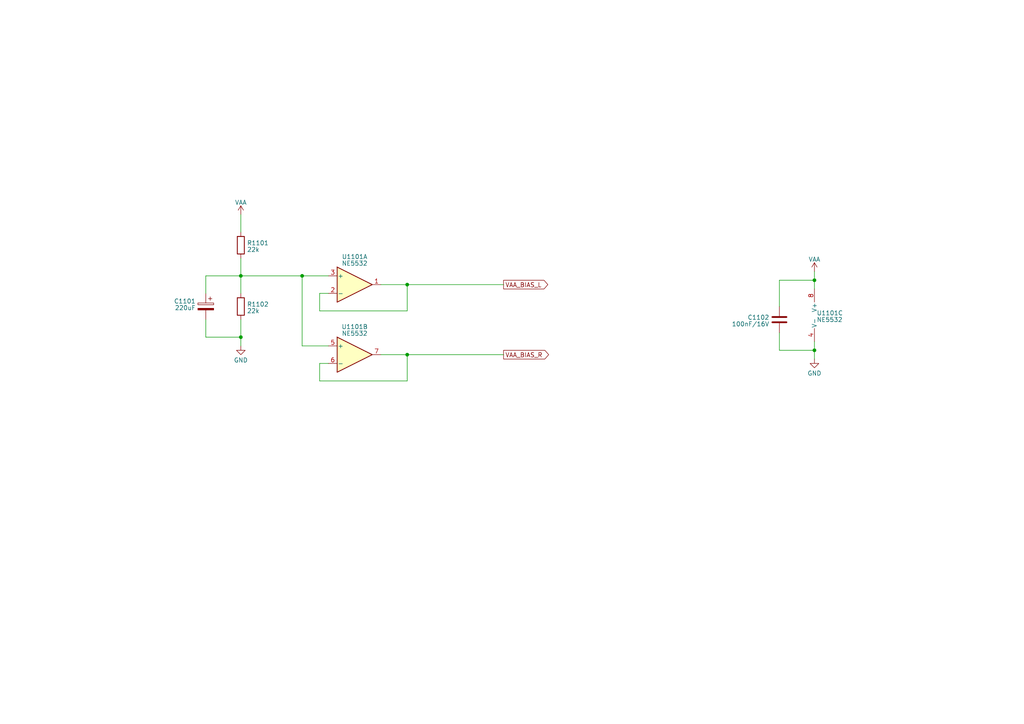
<source format=kicad_sch>
(kicad_sch (version 20230121) (generator eeschema)
  (paper "A4")
  (lib_symbols
    (symbol "Amplifier_Operational:NE5532" (pin_names (offset 0.127))
      (property "Reference" "U" (at 0 5.08 0))
      (property "Value" "NE5532" (at 0 -5.08 0))
      (symbol "NE5532_1_1"
        (polyline (pts (xy -5.08 5.08) (xy 5.08 0) (xy -5.08 -5.08) (xy -5.08 5.08)) (stroke (width 0.254)) (fill (type background)))
        (pin output line (at 7.62 0 180) (length 2.54) (name "~") (number "1"))
        (pin input line (at -7.62 -2.54 0) (length 2.54) (name "-") (number "2"))
        (pin input line (at -7.62 2.54 0) (length 2.54) (name "+") (number "3"))
      )
      (symbol "NE5532_2_1"
        (polyline (pts (xy -5.08 5.08) (xy 5.08 0) (xy -5.08 -5.08) (xy -5.08 5.08)) (stroke (width 0.254)) (fill (type background)))
        (pin input line (at -7.62 2.54 0) (length 2.54) (name "+") (number "5"))
        (pin input line (at -7.62 -2.54 0) (length 2.54) (name "-") (number "6"))
        (pin output line (at 7.62 0 180) (length 2.54) (name "~") (number "7"))
      )
      (symbol "NE5532_3_1"
        (pin power_in line (at -2.54 -7.62 90) (length 3.81) (name "V-") (number "4"))
        (pin power_in line (at -2.54 7.62 270) (length 3.81) (name "V+") (number "8"))
      )
    )
    (symbol "Device:C" (pin_numbers hide) (pin_names (offset 0.254))
      (property "Reference" "C" (at 0.635 2.54 0))
      (property "Value" "C" (at 0.635 -2.54 0))
      (symbol "C_0_1"
        (polyline (pts (xy -2.032 -0.762) (xy 2.032 -0.762)) (stroke (width 0.508)))
        (polyline (pts (xy -2.032 0.762) (xy 2.032 0.762)) (stroke (width 0.508)))
      )
      (symbol "C_1_1"
        (pin passive line (at 0 3.81 270) (length 2.794) (name "~") (number "1"))
        (pin passive line (at 0 -3.81 90) (length 2.794) (name "~") (number "2"))
      )
    )
    (symbol "Device:C_Polarized" (pin_numbers hide) (pin_names (offset 0.254))
      (property "Reference" "C" (at 0.635 2.54 0))
      (property "Value" "C_Polarized" (at 0.635 -2.54 0))
      (symbol "C_Polarized_0_1"
        (rectangle (start -2.286 0.508) (end 2.286 1.016))
        (polyline (pts (xy -1.778 2.286) (xy -0.762 2.286)))
        (polyline (pts (xy -1.27 2.794) (xy -1.27 1.778)))
        (rectangle (start 2.286 -0.508) (end -2.286 -1.016) (fill (type outline)))
      )
      (symbol "C_Polarized_1_1"
        (pin passive line (at 0 3.81 270) (length 2.794) (name "~") (number "1"))
        (pin passive line (at 0 -3.81 90) (length 2.794) (name "~") (number "2"))
      )
    )
    (symbol "Device:R" (pin_numbers hide) (pin_names (offset 0))
      (property "Reference" "R" (at 2.032 0 90))
      (property "Value" "R" (at 0 0 90))
      (symbol "R_0_1"
        (rectangle (start -1.016 -2.54) (end 1.016 2.54) (stroke (width 0.254)))
      )
      (symbol "R_1_1"
        (pin passive line (at 0 3.81 270) (length 1.27) (name "~") (number "1"))
        (pin passive line (at 0 -3.81 90) (length 1.27) (name "~") (number "2"))
      )
    )
    (symbol "power:GND" (power) (pin_names (offset 0))
      (property "Value" "GND" (at 0 -3.81 0))
      (symbol "GND_0_1"
        (polyline (pts (xy 0 0) (xy 0 -1.27) (xy 1.27 -1.27) (xy 0 -2.54) (xy -1.27 -1.27) (xy 0 -1.27)))
      )
      (symbol "GND_1_1"
        (pin power_in line (at 0 0 270) (length 0) hide (name "GND") (number "1"))
      )
    )
    (symbol "power:VAA" (power) (pin_names (offset 0))
      (property "Value" "VAA" (at 0 3.81 0))
      (symbol "VAA_0_1"
        (polyline (pts (xy -0.762 1.27) (xy 0 2.54)))
        (polyline (pts (xy 0 0) (xy 0 2.54)))
        (polyline (pts (xy 0 2.54) (xy 0.762 1.27)))
      )
      (symbol "VAA_1_1"
        (pin power_in line (at 0 0 90) (length 0) hide (name "VAA") (number "1"))
      )
    )
  )
  (junction (at 236.22 81.28))
  (junction (at 69.85 80.01))
  (junction (at 87.63 80.01))
  (junction (at 69.85 97.79))
  (junction (at 118.11 82.55))
  (junction (at 118.11 102.87))
  (junction (at 236.22 101.6))
  (wire (pts (xy 226.06 101.6) (xy 236.22 101.6)))
  (wire (pts (xy 69.85 80.01) (xy 87.63 80.01)))
  (wire (pts (xy 59.69 97.79) (xy 69.85 97.79)))
  (wire (pts (xy 110.49 82.55) (xy 118.11 82.55)))
  (wire (pts (xy 87.63 80.01) (xy 95.25 80.01)))
  (wire (pts (xy 69.85 92.71) (xy 69.85 97.79)))
  (wire (pts (xy 69.85 74.93) (xy 69.85 80.01)))
  (wire (pts (xy 118.11 102.87) (xy 146.05 102.87)))
  (wire (pts (xy 95.25 105.41) (xy 92.71 105.41)))
  (wire (pts (xy 226.06 96.52) (xy 226.06 101.6)))
  (wire (pts (xy 69.85 80.01) (xy 69.85 85.09)))
  (wire (pts (xy 59.69 80.01) (xy 69.85 80.01)))
  (wire (pts (xy 236.22 99.06) (xy 236.22 101.6)))
  (wire (pts (xy 226.06 81.28) (xy 236.22 81.28)))
  (wire (pts (xy 110.49 102.87) (xy 118.11 102.87)))
  (wire (pts (xy 95.25 85.09) (xy 92.71 85.09)))
  (wire (pts (xy 95.25 100.33) (xy 87.63 100.33)))
  (wire (pts (xy 69.85 62.23) (xy 69.85 67.31)))
  (wire (pts (xy 236.22 104.14) (xy 236.22 101.6)))
  (wire (pts (xy 69.85 97.79) (xy 69.85 100.33)))
  (wire (pts (xy 59.69 92.71) (xy 59.69 97.79)))
  (wire (pts (xy 92.71 85.09) (xy 92.71 90.17)))
  (wire (pts (xy 59.69 85.09) (xy 59.69 80.01)))
  (wire (pts (xy 226.06 81.28) (xy 226.06 88.9)))
  (wire (pts (xy 92.71 90.17) (xy 118.11 90.17)))
  (wire (pts (xy 92.71 110.49) (xy 118.11 110.49)))
  (wire (pts (xy 87.63 100.33) (xy 87.63 80.01)))
  (wire (pts (xy 118.11 82.55) (xy 118.11 90.17)))
  (wire (pts (xy 118.11 82.55) (xy 146.05 82.55)))
  (wire (pts (xy 236.22 78.74) (xy 236.22 81.28)))
  (wire (pts (xy 92.71 105.41) (xy 92.71 110.49)))
  (wire (pts (xy 118.11 110.49) (xy 118.11 102.87)))
  (wire (pts (xy 236.22 81.28) (xy 236.22 83.82)))
  (global_label "VAA_BIAS_L" (shape output) (at 146.05 82.55 0) (property "Intersheetrefs" "${INTERSHEET_REFS}" (effects hide)))
  (global_label "VAA_BIAS_R" (shape output) (at 146.05 102.87 0) (property "Intersheetrefs" "${INTERSHEET_REFS}" (effects hide)))
  (symbol (lib_id "power:VAA") (at 69.85 62.23 0) (unit 1)
    (property "Reference" "#PWR01101" (effects hide))
    (property "Value" "VAA" (at 69.85 58.7281 0))
  )
  (symbol (lib_id "power:GND") (at 69.85 100.33 0) (unit 1)
    (property "Reference" "#PWR01102" (effects hide))
    (property "Value" "GND" (at 69.85 104.4655 0))
  )
  (symbol (lib_id "power:VAA") (at 236.22 78.74 0) (unit 1)
    (property "Reference" "#PWR01103" (effects hide))
    (property "Value" "VAA" (at 236.22 75.2381 0))
  )
  (symbol (lib_id "Device:R") (at 69.85 71.12 0) (unit 1)
    (property "Reference" "R1101" (at 71.628 70.4763 0) (effects (justify left)))
    (property "Value" "22k" (at 71.628 72.3973 0) (effects (justify left)))
    (property "Footprint" "Resistor_SMD:R_0805_2012Metric" (effects hide))
    (property "LCSC" "C479095" (effects hide))
  )
  (symbol (lib_id "Amplifier_Operational:NE5532") (at 102.87 102.87 0) (unit 2)
    (property "Reference" "U1101" (at 102.87 94.7801 0))
    (property "Value" "NE5532" (at 102.87 96.7011 0))
    (property "Datasheet" "http://www.ti.com/lit/ds/symlink/ne5532.pdf" (effects hide))
    (property "LCSC" "C7426" (effects hide))
  )
  (symbol (lib_id "Amplifier_Operational:NE5532") (at 238.76 91.44 0) (unit 3)
    (property "Reference" "U1101" (at 236.855 90.7963 0) (effects (justify left)))
    (property "Value" "NE5532" (at 236.855 92.7173 0) (effects (justify left)))
    (property "Datasheet" "http://www.ti.com/lit/ds/symlink/ne5532.pdf" (effects hide))
    (property "LCSC" "C7426" (effects hide))
  )
  (symbol (lib_id "Amplifier_Operational:NE5532") (at 102.87 82.55 0) (unit 1)
    (property "Reference" "U1101" (at 102.87 74.4601 0))
    (property "Value" "NE5532" (at 102.87 76.3811 0))
    (property "Datasheet" "http://www.ti.com/lit/ds/symlink/ne5532.pdf" (effects hide))
    (property "LCSC" "C7426" (effects hide))
  )
  (symbol (lib_id "Device:R") (at 69.85 88.9 0) (unit 1)
    (property "Reference" "R1102" (at 71.628 88.2563 0) (effects (justify left)))
    (property "Value" "22k" (at 71.628 90.1773 0) (effects (justify left)))
    (property "Footprint" "Resistor_SMD:R_0805_2012Metric" (effects hide))
    (property "LCSC" "C479095" (effects hide))
  )
  (symbol (lib_id "Device:C_Polarized") (at 59.69 88.9 0) (mirror y) (unit 1)
    (property "Reference" "C1101" (at 56.769 87.3673 0) (effects (justify left)))
    (property "Value" "220uF" (at 56.769 89.2883 0) (effects (justify left)))
    (property "Footprint" "Capacitor_SMD:CP_Elec_4x5.8" (effects hide))
    (property "LCSC" "C2165067" (effects hide))
  )
  (symbol (lib_id "Device:C") (at 226.06 92.71 0) (mirror y) (unit 1)
    (property "Reference" "C1102" (at 223.139 92.0663 0) (effects (justify left)))
    (property "Value" "100nF/16V" (at 223.139 93.9873 0) (effects (justify left)))
    (property "Footprint" "Capacitor_SMD:C_0805_2012Metric" (effects hide))
    (property "LCSC" "C218638" (effects hide))
  )
  (symbol (lib_id "power:GND") (at 236.22 104.14 0) (unit 1)
    (property "Reference" "#PWR01104" (effects hide))
    (property "Value" "GND" (at 236.22 108.2755 0))
  )
)
</source>
